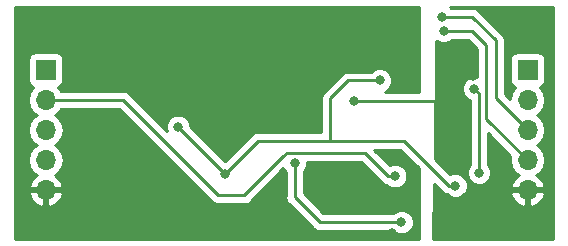
<source format=gbl>
G04 #@! TF.GenerationSoftware,KiCad,Pcbnew,(5.0.0)*
G04 #@! TF.CreationDate,2018-08-11T20:49:35+09:00*
G04 #@! TF.ProjectId,AD593x_impedance_analyzer,4144353933785F696D706564616E6365,rev?*
G04 #@! TF.SameCoordinates,Original*
G04 #@! TF.FileFunction,Copper,L2,Bot,Signal*
G04 #@! TF.FilePolarity,Positive*
%FSLAX46Y46*%
G04 Gerber Fmt 4.6, Leading zero omitted, Abs format (unit mm)*
G04 Created by KiCad (PCBNEW (5.0.0)) date 08/11/18 20:49:35*
%MOMM*%
%LPD*%
G01*
G04 APERTURE LIST*
G04 #@! TA.AperFunction,ComponentPad*
%ADD10R,1.700000X1.700000*%
G04 #@! TD*
G04 #@! TA.AperFunction,ComponentPad*
%ADD11O,1.700000X1.700000*%
G04 #@! TD*
G04 #@! TA.AperFunction,ViaPad*
%ADD12C,0.800000*%
G04 #@! TD*
G04 #@! TA.AperFunction,Conductor*
%ADD13C,0.250000*%
G04 #@! TD*
G04 #@! TA.AperFunction,Conductor*
%ADD14C,0.254000*%
G04 #@! TD*
G04 APERTURE END LIST*
D10*
G04 #@! TO.P,J1,1*
G04 #@! TO.N,+5V*
X76300000Y-80000000D03*
D11*
G04 #@! TO.P,J1,2*
G04 #@! TO.N,RANGE_SW*
X76300000Y-82540000D03*
G04 #@! TO.P,J1,3*
G04 #@! TO.N,DUT+*
X76300000Y-85080000D03*
G04 #@! TO.P,J1,4*
G04 #@! TO.N,DUT-*
X76300000Y-87620000D03*
G04 #@! TO.P,J1,5*
G04 #@! TO.N,GNDA*
X76300000Y-90160000D03*
G04 #@! TD*
G04 #@! TO.P,J2,5*
G04 #@! TO.N,GND*
X117100000Y-90160000D03*
G04 #@! TO.P,J2,4*
G04 #@! TO.N,SDA*
X117100000Y-87620000D03*
G04 #@! TO.P,J2,3*
G04 #@! TO.N,SCL*
X117100000Y-85080000D03*
G04 #@! TO.P,J2,2*
G04 #@! TO.N,CLK*
X117100000Y-82540000D03*
D10*
G04 #@! TO.P,J2,1*
G04 #@! TO.N,+3V3*
X117100000Y-80000000D03*
G04 #@! TD*
D12*
G04 #@! TO.N,GNDA*
X85000000Y-90700000D03*
X103100000Y-91000000D03*
X105600000Y-93800000D03*
X88900000Y-82900000D03*
X83300000Y-86500000D03*
X81900000Y-86500000D03*
X80600000Y-86500000D03*
G04 #@! TO.N,+5V*
X91500000Y-88800000D03*
X87525000Y-84825000D03*
X111000000Y-89800000D03*
X104600000Y-80900000D03*
G04 #@! TO.N,GND*
X102400000Y-82600000D03*
X112500000Y-80500000D03*
X110200000Y-80500000D03*
G04 #@! TO.N,+3V3*
X112600000Y-81600000D03*
X113000000Y-88700000D03*
G04 #@! TO.N,RANGE_SW*
X105900000Y-89000000D03*
G04 #@! TO.N,SDA*
X110000000Y-76700000D03*
G04 #@! TO.N,SCL*
X109900000Y-75500000D03*
G04 #@! TO.N,Net-(R7-Pad1)*
X97375000Y-87925000D03*
X106425000Y-92900000D03*
G04 #@! TD*
D13*
G04 #@! TO.N,+5V*
X91500000Y-88800000D02*
X87525000Y-84825000D01*
X110434315Y-89800000D02*
X106634315Y-86000000D01*
X111000000Y-89800000D02*
X110434315Y-89800000D01*
X94300000Y-86000000D02*
X91500000Y-88800000D01*
X104600000Y-80900000D02*
X101900000Y-80900000D01*
X100400000Y-82400000D02*
X100400000Y-86000000D01*
X101900000Y-80900000D02*
X100400000Y-82400000D01*
X106634315Y-86000000D02*
X100400000Y-86000000D01*
X100400000Y-86000000D02*
X94300000Y-86000000D01*
G04 #@! TO.N,GND*
X102400000Y-82600000D02*
X109500000Y-82600000D01*
G04 #@! TO.N,+3V3*
X113000000Y-88134315D02*
X113000000Y-88700000D01*
X112999999Y-81999999D02*
X113000000Y-88134315D01*
X112600000Y-81600000D02*
X112999999Y-81999999D01*
G04 #@! TO.N,RANGE_SW*
X96700000Y-87000000D02*
X103300000Y-87000000D01*
X76300000Y-82540000D02*
X82840000Y-82540000D01*
X82840000Y-82540000D02*
X90900000Y-90600000D01*
X93100000Y-90600000D02*
X96400000Y-87300000D01*
X90900000Y-90600000D02*
X93100000Y-90600000D01*
X96300000Y-87400000D02*
X96400000Y-87300000D01*
X96400000Y-87300000D02*
X96700000Y-87000000D01*
X105300000Y-89000000D02*
X103300000Y-87000000D01*
X105900000Y-89000000D02*
X105300000Y-89000000D01*
G04 #@! TO.N,SDA*
X113600000Y-84120000D02*
X117100000Y-87620000D01*
X113600000Y-77900000D02*
X113600000Y-84120000D01*
X110000000Y-76700000D02*
X112400000Y-76700000D01*
X112400000Y-76700000D02*
X113600000Y-77900000D01*
G04 #@! TO.N,SCL*
X109900000Y-75500000D02*
X112400000Y-75500000D01*
X112400000Y-75500000D02*
X114400000Y-77500000D01*
X114400000Y-82380000D02*
X117100000Y-85080000D01*
X114400000Y-77500000D02*
X114400000Y-82380000D01*
G04 #@! TO.N,Net-(R7-Pad1)*
X97375000Y-87925000D02*
X97375000Y-90775000D01*
X99500000Y-92900000D02*
X106425000Y-92900000D01*
X97375000Y-90775000D02*
X99500000Y-92900000D01*
G04 #@! TD*
D14*
G04 #@! TO.N,GNDA*
G36*
X107873000Y-81840000D02*
X105035225Y-81840000D01*
X105186280Y-81777431D01*
X105477431Y-81486280D01*
X105635000Y-81105874D01*
X105635000Y-80694126D01*
X105477431Y-80313720D01*
X105186280Y-80022569D01*
X104805874Y-79865000D01*
X104394126Y-79865000D01*
X104013720Y-80022569D01*
X103896289Y-80140000D01*
X101974846Y-80140000D01*
X101899999Y-80125112D01*
X101825152Y-80140000D01*
X101825148Y-80140000D01*
X101603463Y-80184096D01*
X101603461Y-80184097D01*
X101603462Y-80184097D01*
X101415526Y-80309671D01*
X101415524Y-80309673D01*
X101352071Y-80352071D01*
X101309673Y-80415524D01*
X99915530Y-81809669D01*
X99852071Y-81852071D01*
X99684096Y-82103464D01*
X99640000Y-82325149D01*
X99640000Y-82325153D01*
X99625112Y-82400000D01*
X99640000Y-82474847D01*
X99640001Y-85240000D01*
X94374847Y-85240000D01*
X94300000Y-85225112D01*
X94225153Y-85240000D01*
X94225148Y-85240000D01*
X94003463Y-85284096D01*
X93752071Y-85452071D01*
X93709671Y-85515527D01*
X91500000Y-87725198D01*
X88560000Y-84785199D01*
X88560000Y-84619126D01*
X88402431Y-84238720D01*
X88111280Y-83947569D01*
X87730874Y-83790000D01*
X87319126Y-83790000D01*
X86938720Y-83947569D01*
X86647569Y-84238720D01*
X86490000Y-84619126D01*
X86490000Y-85030874D01*
X86549626Y-85174824D01*
X83430331Y-82055530D01*
X83387929Y-81992071D01*
X83136537Y-81824096D01*
X82914852Y-81780000D01*
X82914847Y-81780000D01*
X82840000Y-81765112D01*
X82765153Y-81780000D01*
X77578178Y-81780000D01*
X77370625Y-81469375D01*
X77352381Y-81457184D01*
X77397765Y-81448157D01*
X77607809Y-81307809D01*
X77748157Y-81097765D01*
X77797440Y-80850000D01*
X77797440Y-79150000D01*
X77748157Y-78902235D01*
X77607809Y-78692191D01*
X77397765Y-78551843D01*
X77150000Y-78502560D01*
X75450000Y-78502560D01*
X75202235Y-78551843D01*
X74992191Y-78692191D01*
X74851843Y-78902235D01*
X74802560Y-79150000D01*
X74802560Y-80850000D01*
X74851843Y-81097765D01*
X74992191Y-81307809D01*
X75202235Y-81448157D01*
X75247619Y-81457184D01*
X75229375Y-81469375D01*
X74901161Y-81960582D01*
X74785908Y-82540000D01*
X74901161Y-83119418D01*
X75229375Y-83610625D01*
X75527761Y-83810000D01*
X75229375Y-84009375D01*
X74901161Y-84500582D01*
X74785908Y-85080000D01*
X74901161Y-85659418D01*
X75229375Y-86150625D01*
X75527761Y-86350000D01*
X75229375Y-86549375D01*
X74901161Y-87040582D01*
X74785908Y-87620000D01*
X74901161Y-88199418D01*
X75229375Y-88690625D01*
X75548478Y-88903843D01*
X75418642Y-88964817D01*
X75028355Y-89393076D01*
X74858524Y-89803110D01*
X74979845Y-90033000D01*
X76173000Y-90033000D01*
X76173000Y-90013000D01*
X76427000Y-90013000D01*
X76427000Y-90033000D01*
X77620155Y-90033000D01*
X77741476Y-89803110D01*
X77571645Y-89393076D01*
X77181358Y-88964817D01*
X77051522Y-88903843D01*
X77370625Y-88690625D01*
X77698839Y-88199418D01*
X77814092Y-87620000D01*
X77698839Y-87040582D01*
X77370625Y-86549375D01*
X77072239Y-86350000D01*
X77370625Y-86150625D01*
X77698839Y-85659418D01*
X77814092Y-85080000D01*
X77698839Y-84500582D01*
X77370625Y-84009375D01*
X77072239Y-83810000D01*
X77370625Y-83610625D01*
X77578178Y-83300000D01*
X82525199Y-83300000D01*
X90309673Y-91084476D01*
X90352071Y-91147929D01*
X90415524Y-91190327D01*
X90415526Y-91190329D01*
X90540902Y-91274102D01*
X90603463Y-91315904D01*
X90825148Y-91360000D01*
X90825152Y-91360000D01*
X90899999Y-91374888D01*
X90974846Y-91360000D01*
X93025153Y-91360000D01*
X93100000Y-91374888D01*
X93174847Y-91360000D01*
X93174852Y-91360000D01*
X93396537Y-91315904D01*
X93647929Y-91147929D01*
X93690331Y-91084470D01*
X96429018Y-88345784D01*
X96497569Y-88511280D01*
X96615000Y-88628711D01*
X96615001Y-90700148D01*
X96600112Y-90775000D01*
X96659097Y-91071537D01*
X96710141Y-91147929D01*
X96827072Y-91322929D01*
X96890528Y-91365329D01*
X98909671Y-93384473D01*
X98952071Y-93447929D01*
X99015527Y-93490329D01*
X99203462Y-93615904D01*
X99251605Y-93625480D01*
X99425148Y-93660000D01*
X99425152Y-93660000D01*
X99500000Y-93674888D01*
X99574848Y-93660000D01*
X105721289Y-93660000D01*
X105838720Y-93777431D01*
X106219126Y-93935000D01*
X106630874Y-93935000D01*
X107011280Y-93777431D01*
X107302431Y-93486280D01*
X107460000Y-93105874D01*
X107460000Y-92694126D01*
X107302431Y-92313720D01*
X107011280Y-92022569D01*
X106630874Y-91865000D01*
X106219126Y-91865000D01*
X105838720Y-92022569D01*
X105721289Y-92140000D01*
X99814802Y-92140000D01*
X98135000Y-90460199D01*
X98135000Y-88628711D01*
X98252431Y-88511280D01*
X98410000Y-88130874D01*
X98410000Y-87760000D01*
X102985199Y-87760000D01*
X104709671Y-89484473D01*
X104752071Y-89547929D01*
X105003463Y-89715904D01*
X105189123Y-89752834D01*
X105313720Y-89877431D01*
X105694126Y-90035000D01*
X106105874Y-90035000D01*
X106486280Y-89877431D01*
X106777431Y-89586280D01*
X106935000Y-89205874D01*
X106935000Y-88794126D01*
X106777431Y-88413720D01*
X106486280Y-88122569D01*
X106105874Y-87965000D01*
X105694126Y-87965000D01*
X105443581Y-88068779D01*
X104134801Y-86760000D01*
X106319514Y-86760000D01*
X107873000Y-88313486D01*
X107873000Y-94290000D01*
X73710000Y-94290000D01*
X73710000Y-90516890D01*
X74858524Y-90516890D01*
X75028355Y-90926924D01*
X75418642Y-91355183D01*
X75943108Y-91601486D01*
X76173000Y-91480819D01*
X76173000Y-90287000D01*
X76427000Y-90287000D01*
X76427000Y-91480819D01*
X76656892Y-91601486D01*
X77181358Y-91355183D01*
X77571645Y-90926924D01*
X77741476Y-90516890D01*
X77620155Y-90287000D01*
X76427000Y-90287000D01*
X76173000Y-90287000D01*
X74979845Y-90287000D01*
X74858524Y-90516890D01*
X73710000Y-90516890D01*
X73710000Y-74710000D01*
X107873000Y-74710000D01*
X107873000Y-81840000D01*
X107873000Y-81840000D01*
G37*
X107873000Y-81840000D02*
X105035225Y-81840000D01*
X105186280Y-81777431D01*
X105477431Y-81486280D01*
X105635000Y-81105874D01*
X105635000Y-80694126D01*
X105477431Y-80313720D01*
X105186280Y-80022569D01*
X104805874Y-79865000D01*
X104394126Y-79865000D01*
X104013720Y-80022569D01*
X103896289Y-80140000D01*
X101974846Y-80140000D01*
X101899999Y-80125112D01*
X101825152Y-80140000D01*
X101825148Y-80140000D01*
X101603463Y-80184096D01*
X101603461Y-80184097D01*
X101603462Y-80184097D01*
X101415526Y-80309671D01*
X101415524Y-80309673D01*
X101352071Y-80352071D01*
X101309673Y-80415524D01*
X99915530Y-81809669D01*
X99852071Y-81852071D01*
X99684096Y-82103464D01*
X99640000Y-82325149D01*
X99640000Y-82325153D01*
X99625112Y-82400000D01*
X99640000Y-82474847D01*
X99640001Y-85240000D01*
X94374847Y-85240000D01*
X94300000Y-85225112D01*
X94225153Y-85240000D01*
X94225148Y-85240000D01*
X94003463Y-85284096D01*
X93752071Y-85452071D01*
X93709671Y-85515527D01*
X91500000Y-87725198D01*
X88560000Y-84785199D01*
X88560000Y-84619126D01*
X88402431Y-84238720D01*
X88111280Y-83947569D01*
X87730874Y-83790000D01*
X87319126Y-83790000D01*
X86938720Y-83947569D01*
X86647569Y-84238720D01*
X86490000Y-84619126D01*
X86490000Y-85030874D01*
X86549626Y-85174824D01*
X83430331Y-82055530D01*
X83387929Y-81992071D01*
X83136537Y-81824096D01*
X82914852Y-81780000D01*
X82914847Y-81780000D01*
X82840000Y-81765112D01*
X82765153Y-81780000D01*
X77578178Y-81780000D01*
X77370625Y-81469375D01*
X77352381Y-81457184D01*
X77397765Y-81448157D01*
X77607809Y-81307809D01*
X77748157Y-81097765D01*
X77797440Y-80850000D01*
X77797440Y-79150000D01*
X77748157Y-78902235D01*
X77607809Y-78692191D01*
X77397765Y-78551843D01*
X77150000Y-78502560D01*
X75450000Y-78502560D01*
X75202235Y-78551843D01*
X74992191Y-78692191D01*
X74851843Y-78902235D01*
X74802560Y-79150000D01*
X74802560Y-80850000D01*
X74851843Y-81097765D01*
X74992191Y-81307809D01*
X75202235Y-81448157D01*
X75247619Y-81457184D01*
X75229375Y-81469375D01*
X74901161Y-81960582D01*
X74785908Y-82540000D01*
X74901161Y-83119418D01*
X75229375Y-83610625D01*
X75527761Y-83810000D01*
X75229375Y-84009375D01*
X74901161Y-84500582D01*
X74785908Y-85080000D01*
X74901161Y-85659418D01*
X75229375Y-86150625D01*
X75527761Y-86350000D01*
X75229375Y-86549375D01*
X74901161Y-87040582D01*
X74785908Y-87620000D01*
X74901161Y-88199418D01*
X75229375Y-88690625D01*
X75548478Y-88903843D01*
X75418642Y-88964817D01*
X75028355Y-89393076D01*
X74858524Y-89803110D01*
X74979845Y-90033000D01*
X76173000Y-90033000D01*
X76173000Y-90013000D01*
X76427000Y-90013000D01*
X76427000Y-90033000D01*
X77620155Y-90033000D01*
X77741476Y-89803110D01*
X77571645Y-89393076D01*
X77181358Y-88964817D01*
X77051522Y-88903843D01*
X77370625Y-88690625D01*
X77698839Y-88199418D01*
X77814092Y-87620000D01*
X77698839Y-87040582D01*
X77370625Y-86549375D01*
X77072239Y-86350000D01*
X77370625Y-86150625D01*
X77698839Y-85659418D01*
X77814092Y-85080000D01*
X77698839Y-84500582D01*
X77370625Y-84009375D01*
X77072239Y-83810000D01*
X77370625Y-83610625D01*
X77578178Y-83300000D01*
X82525199Y-83300000D01*
X90309673Y-91084476D01*
X90352071Y-91147929D01*
X90415524Y-91190327D01*
X90415526Y-91190329D01*
X90540902Y-91274102D01*
X90603463Y-91315904D01*
X90825148Y-91360000D01*
X90825152Y-91360000D01*
X90899999Y-91374888D01*
X90974846Y-91360000D01*
X93025153Y-91360000D01*
X93100000Y-91374888D01*
X93174847Y-91360000D01*
X93174852Y-91360000D01*
X93396537Y-91315904D01*
X93647929Y-91147929D01*
X93690331Y-91084470D01*
X96429018Y-88345784D01*
X96497569Y-88511280D01*
X96615000Y-88628711D01*
X96615001Y-90700148D01*
X96600112Y-90775000D01*
X96659097Y-91071537D01*
X96710141Y-91147929D01*
X96827072Y-91322929D01*
X96890528Y-91365329D01*
X98909671Y-93384473D01*
X98952071Y-93447929D01*
X99015527Y-93490329D01*
X99203462Y-93615904D01*
X99251605Y-93625480D01*
X99425148Y-93660000D01*
X99425152Y-93660000D01*
X99500000Y-93674888D01*
X99574848Y-93660000D01*
X105721289Y-93660000D01*
X105838720Y-93777431D01*
X106219126Y-93935000D01*
X106630874Y-93935000D01*
X107011280Y-93777431D01*
X107302431Y-93486280D01*
X107460000Y-93105874D01*
X107460000Y-92694126D01*
X107302431Y-92313720D01*
X107011280Y-92022569D01*
X106630874Y-91865000D01*
X106219126Y-91865000D01*
X105838720Y-92022569D01*
X105721289Y-92140000D01*
X99814802Y-92140000D01*
X98135000Y-90460199D01*
X98135000Y-88628711D01*
X98252431Y-88511280D01*
X98410000Y-88130874D01*
X98410000Y-87760000D01*
X102985199Y-87760000D01*
X104709671Y-89484473D01*
X104752071Y-89547929D01*
X105003463Y-89715904D01*
X105189123Y-89752834D01*
X105313720Y-89877431D01*
X105694126Y-90035000D01*
X106105874Y-90035000D01*
X106486280Y-89877431D01*
X106777431Y-89586280D01*
X106935000Y-89205874D01*
X106935000Y-88794126D01*
X106777431Y-88413720D01*
X106486280Y-88122569D01*
X106105874Y-87965000D01*
X105694126Y-87965000D01*
X105443581Y-88068779D01*
X104134801Y-86760000D01*
X106319514Y-86760000D01*
X107873000Y-88313486D01*
X107873000Y-94290000D01*
X73710000Y-94290000D01*
X73710000Y-90516890D01*
X74858524Y-90516890D01*
X75028355Y-90926924D01*
X75418642Y-91355183D01*
X75943108Y-91601486D01*
X76173000Y-91480819D01*
X76173000Y-90287000D01*
X76427000Y-90287000D01*
X76427000Y-91480819D01*
X76656892Y-91601486D01*
X77181358Y-91355183D01*
X77571645Y-90926924D01*
X77741476Y-90516890D01*
X77620155Y-90287000D01*
X76427000Y-90287000D01*
X76173000Y-90287000D01*
X74979845Y-90287000D01*
X74858524Y-90516890D01*
X73710000Y-90516890D01*
X73710000Y-74710000D01*
X107873000Y-74710000D01*
X107873000Y-81840000D01*
G04 #@! TO.N,GND*
G36*
X119290001Y-94290000D02*
X109137156Y-94290000D01*
X109203527Y-89644014D01*
X109843986Y-90284473D01*
X109886386Y-90347929D01*
X110137778Y-90515904D01*
X110280603Y-90544314D01*
X110413720Y-90677431D01*
X110794126Y-90835000D01*
X111205874Y-90835000D01*
X111586280Y-90677431D01*
X111746821Y-90516890D01*
X115658524Y-90516890D01*
X115828355Y-90926924D01*
X116218642Y-91355183D01*
X116743108Y-91601486D01*
X116973000Y-91480819D01*
X116973000Y-90287000D01*
X117227000Y-90287000D01*
X117227000Y-91480819D01*
X117456892Y-91601486D01*
X117981358Y-91355183D01*
X118371645Y-90926924D01*
X118541476Y-90516890D01*
X118420155Y-90287000D01*
X117227000Y-90287000D01*
X116973000Y-90287000D01*
X115779845Y-90287000D01*
X115658524Y-90516890D01*
X111746821Y-90516890D01*
X111877431Y-90386280D01*
X112035000Y-90005874D01*
X112035000Y-89594126D01*
X111877431Y-89213720D01*
X111586280Y-88922569D01*
X111205874Y-88765000D01*
X110794126Y-88765000D01*
X110567845Y-88858728D01*
X109233803Y-87524686D01*
X109376440Y-77540151D01*
X109413720Y-77577431D01*
X109794126Y-77735000D01*
X110205874Y-77735000D01*
X110586280Y-77577431D01*
X110703711Y-77460000D01*
X112085199Y-77460000D01*
X112840000Y-78214802D01*
X112840000Y-80579136D01*
X112805874Y-80565000D01*
X112394126Y-80565000D01*
X112013720Y-80722569D01*
X111722569Y-81013720D01*
X111565000Y-81394126D01*
X111565000Y-81805874D01*
X111722569Y-82186280D01*
X112013720Y-82477431D01*
X112239999Y-82571159D01*
X112240001Y-87996288D01*
X112122569Y-88113720D01*
X111965000Y-88494126D01*
X111965000Y-88905874D01*
X112122569Y-89286280D01*
X112413720Y-89577431D01*
X112794126Y-89735000D01*
X113205874Y-89735000D01*
X113586280Y-89577431D01*
X113877431Y-89286280D01*
X114035000Y-88905874D01*
X114035000Y-88494126D01*
X113877431Y-88113720D01*
X113760000Y-87996289D01*
X113759999Y-85354801D01*
X115658791Y-87253593D01*
X115585908Y-87620000D01*
X115701161Y-88199418D01*
X116029375Y-88690625D01*
X116348478Y-88903843D01*
X116218642Y-88964817D01*
X115828355Y-89393076D01*
X115658524Y-89803110D01*
X115779845Y-90033000D01*
X116973000Y-90033000D01*
X116973000Y-90013000D01*
X117227000Y-90013000D01*
X117227000Y-90033000D01*
X118420155Y-90033000D01*
X118541476Y-89803110D01*
X118371645Y-89393076D01*
X117981358Y-88964817D01*
X117851522Y-88903843D01*
X118170625Y-88690625D01*
X118498839Y-88199418D01*
X118614092Y-87620000D01*
X118498839Y-87040582D01*
X118170625Y-86549375D01*
X117872239Y-86350000D01*
X118170625Y-86150625D01*
X118498839Y-85659418D01*
X118614092Y-85080000D01*
X118498839Y-84500582D01*
X118170625Y-84009375D01*
X117872239Y-83810000D01*
X118170625Y-83610625D01*
X118498839Y-83119418D01*
X118614092Y-82540000D01*
X118498839Y-81960582D01*
X118170625Y-81469375D01*
X118152381Y-81457184D01*
X118197765Y-81448157D01*
X118407809Y-81307809D01*
X118548157Y-81097765D01*
X118597440Y-80850000D01*
X118597440Y-79150000D01*
X118548157Y-78902235D01*
X118407809Y-78692191D01*
X118197765Y-78551843D01*
X117950000Y-78502560D01*
X116250000Y-78502560D01*
X116002235Y-78551843D01*
X115792191Y-78692191D01*
X115651843Y-78902235D01*
X115602560Y-79150000D01*
X115602560Y-80850000D01*
X115651843Y-81097765D01*
X115792191Y-81307809D01*
X116002235Y-81448157D01*
X116047619Y-81457184D01*
X116029375Y-81469375D01*
X115701161Y-81960582D01*
X115594020Y-82499219D01*
X115160000Y-82065199D01*
X115160000Y-77574846D01*
X115174888Y-77499999D01*
X115160000Y-77425152D01*
X115160000Y-77425148D01*
X115115904Y-77203463D01*
X114947929Y-76952071D01*
X114884473Y-76909671D01*
X112990331Y-75015530D01*
X112947929Y-74952071D01*
X112696537Y-74784096D01*
X112474852Y-74740000D01*
X112474847Y-74740000D01*
X112400000Y-74725112D01*
X112325153Y-74740000D01*
X110603711Y-74740000D01*
X110573711Y-74710000D01*
X119290000Y-74710000D01*
X119290001Y-94290000D01*
X119290001Y-94290000D01*
G37*
X119290001Y-94290000D02*
X109137156Y-94290000D01*
X109203527Y-89644014D01*
X109843986Y-90284473D01*
X109886386Y-90347929D01*
X110137778Y-90515904D01*
X110280603Y-90544314D01*
X110413720Y-90677431D01*
X110794126Y-90835000D01*
X111205874Y-90835000D01*
X111586280Y-90677431D01*
X111746821Y-90516890D01*
X115658524Y-90516890D01*
X115828355Y-90926924D01*
X116218642Y-91355183D01*
X116743108Y-91601486D01*
X116973000Y-91480819D01*
X116973000Y-90287000D01*
X117227000Y-90287000D01*
X117227000Y-91480819D01*
X117456892Y-91601486D01*
X117981358Y-91355183D01*
X118371645Y-90926924D01*
X118541476Y-90516890D01*
X118420155Y-90287000D01*
X117227000Y-90287000D01*
X116973000Y-90287000D01*
X115779845Y-90287000D01*
X115658524Y-90516890D01*
X111746821Y-90516890D01*
X111877431Y-90386280D01*
X112035000Y-90005874D01*
X112035000Y-89594126D01*
X111877431Y-89213720D01*
X111586280Y-88922569D01*
X111205874Y-88765000D01*
X110794126Y-88765000D01*
X110567845Y-88858728D01*
X109233803Y-87524686D01*
X109376440Y-77540151D01*
X109413720Y-77577431D01*
X109794126Y-77735000D01*
X110205874Y-77735000D01*
X110586280Y-77577431D01*
X110703711Y-77460000D01*
X112085199Y-77460000D01*
X112840000Y-78214802D01*
X112840000Y-80579136D01*
X112805874Y-80565000D01*
X112394126Y-80565000D01*
X112013720Y-80722569D01*
X111722569Y-81013720D01*
X111565000Y-81394126D01*
X111565000Y-81805874D01*
X111722569Y-82186280D01*
X112013720Y-82477431D01*
X112239999Y-82571159D01*
X112240001Y-87996288D01*
X112122569Y-88113720D01*
X111965000Y-88494126D01*
X111965000Y-88905874D01*
X112122569Y-89286280D01*
X112413720Y-89577431D01*
X112794126Y-89735000D01*
X113205874Y-89735000D01*
X113586280Y-89577431D01*
X113877431Y-89286280D01*
X114035000Y-88905874D01*
X114035000Y-88494126D01*
X113877431Y-88113720D01*
X113760000Y-87996289D01*
X113759999Y-85354801D01*
X115658791Y-87253593D01*
X115585908Y-87620000D01*
X115701161Y-88199418D01*
X116029375Y-88690625D01*
X116348478Y-88903843D01*
X116218642Y-88964817D01*
X115828355Y-89393076D01*
X115658524Y-89803110D01*
X115779845Y-90033000D01*
X116973000Y-90033000D01*
X116973000Y-90013000D01*
X117227000Y-90013000D01*
X117227000Y-90033000D01*
X118420155Y-90033000D01*
X118541476Y-89803110D01*
X118371645Y-89393076D01*
X117981358Y-88964817D01*
X117851522Y-88903843D01*
X118170625Y-88690625D01*
X118498839Y-88199418D01*
X118614092Y-87620000D01*
X118498839Y-87040582D01*
X118170625Y-86549375D01*
X117872239Y-86350000D01*
X118170625Y-86150625D01*
X118498839Y-85659418D01*
X118614092Y-85080000D01*
X118498839Y-84500582D01*
X118170625Y-84009375D01*
X117872239Y-83810000D01*
X118170625Y-83610625D01*
X118498839Y-83119418D01*
X118614092Y-82540000D01*
X118498839Y-81960582D01*
X118170625Y-81469375D01*
X118152381Y-81457184D01*
X118197765Y-81448157D01*
X118407809Y-81307809D01*
X118548157Y-81097765D01*
X118597440Y-80850000D01*
X118597440Y-79150000D01*
X118548157Y-78902235D01*
X118407809Y-78692191D01*
X118197765Y-78551843D01*
X117950000Y-78502560D01*
X116250000Y-78502560D01*
X116002235Y-78551843D01*
X115792191Y-78692191D01*
X115651843Y-78902235D01*
X115602560Y-79150000D01*
X115602560Y-80850000D01*
X115651843Y-81097765D01*
X115792191Y-81307809D01*
X116002235Y-81448157D01*
X116047619Y-81457184D01*
X116029375Y-81469375D01*
X115701161Y-81960582D01*
X115594020Y-82499219D01*
X115160000Y-82065199D01*
X115160000Y-77574846D01*
X115174888Y-77499999D01*
X115160000Y-77425152D01*
X115160000Y-77425148D01*
X115115904Y-77203463D01*
X114947929Y-76952071D01*
X114884473Y-76909671D01*
X112990331Y-75015530D01*
X112947929Y-74952071D01*
X112696537Y-74784096D01*
X112474852Y-74740000D01*
X112474847Y-74740000D01*
X112400000Y-74725112D01*
X112325153Y-74740000D01*
X110603711Y-74740000D01*
X110573711Y-74710000D01*
X119290000Y-74710000D01*
X119290001Y-94290000D01*
G04 #@! TD*
M02*

</source>
